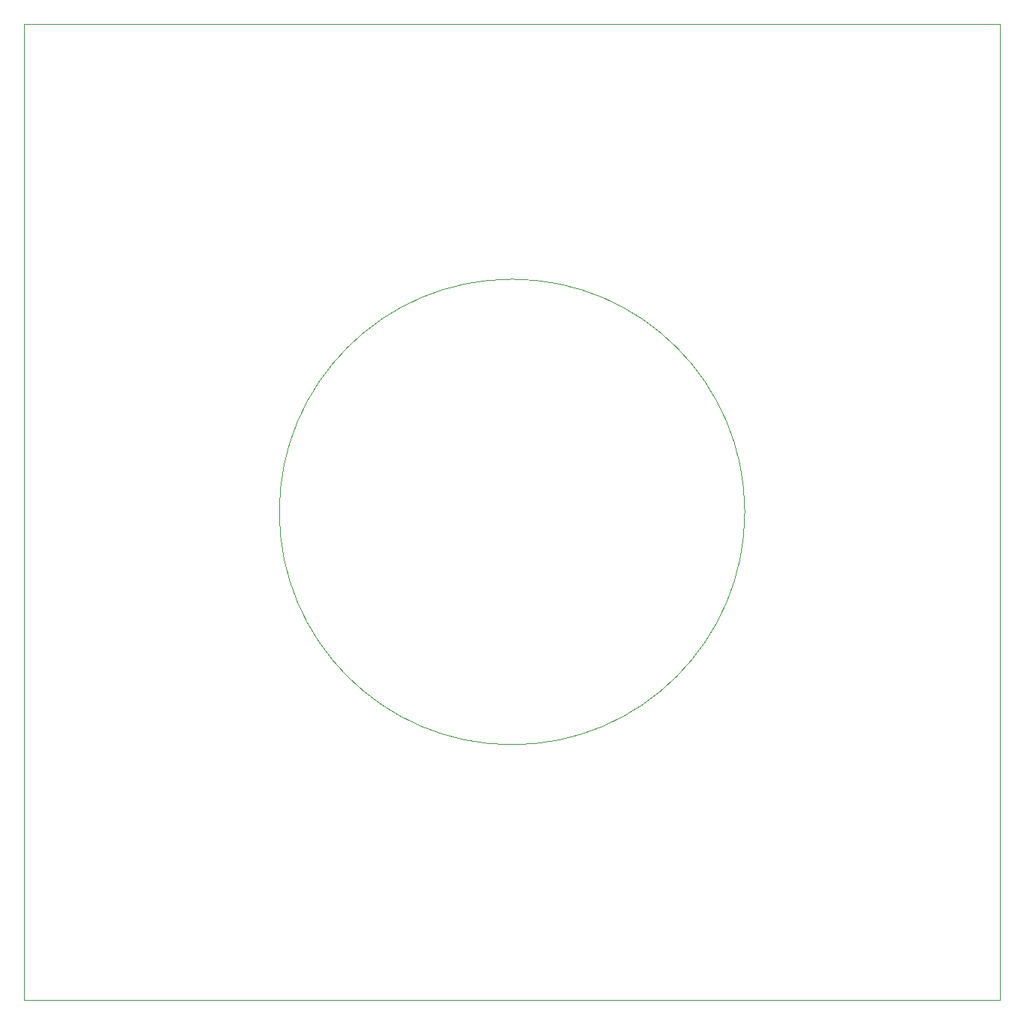
<source format=gm1>
G04*
G04 #@! TF.GenerationSoftware,Altium Limited,Altium Designer,25.8.1 (18)*
G04*
G04 Layer_Color=16711935*
%FSLAX44Y44*%
%MOMM*%
G71*
G04*
G04 #@! TF.SameCoordinates,5BCDE232-B0A3-4B63-ACBE-DE64D98267A6*
G04*
G04*
G04 #@! TF.FilePolarity,Positive*
G04*
G01*
G75*
%ADD16C,0.0010*%
%ADD17C,0.0001*%
D16*
X262500Y0D02*
G03*
X262500Y0I-262500J0D01*
G01*
D17*
X-550000Y550000D02*
X-550000Y-550000D01*
X-550000Y550000D02*
X550000D01*
X550000Y-550000D01*
X-550000D02*
X550000D01*
M02*

</source>
